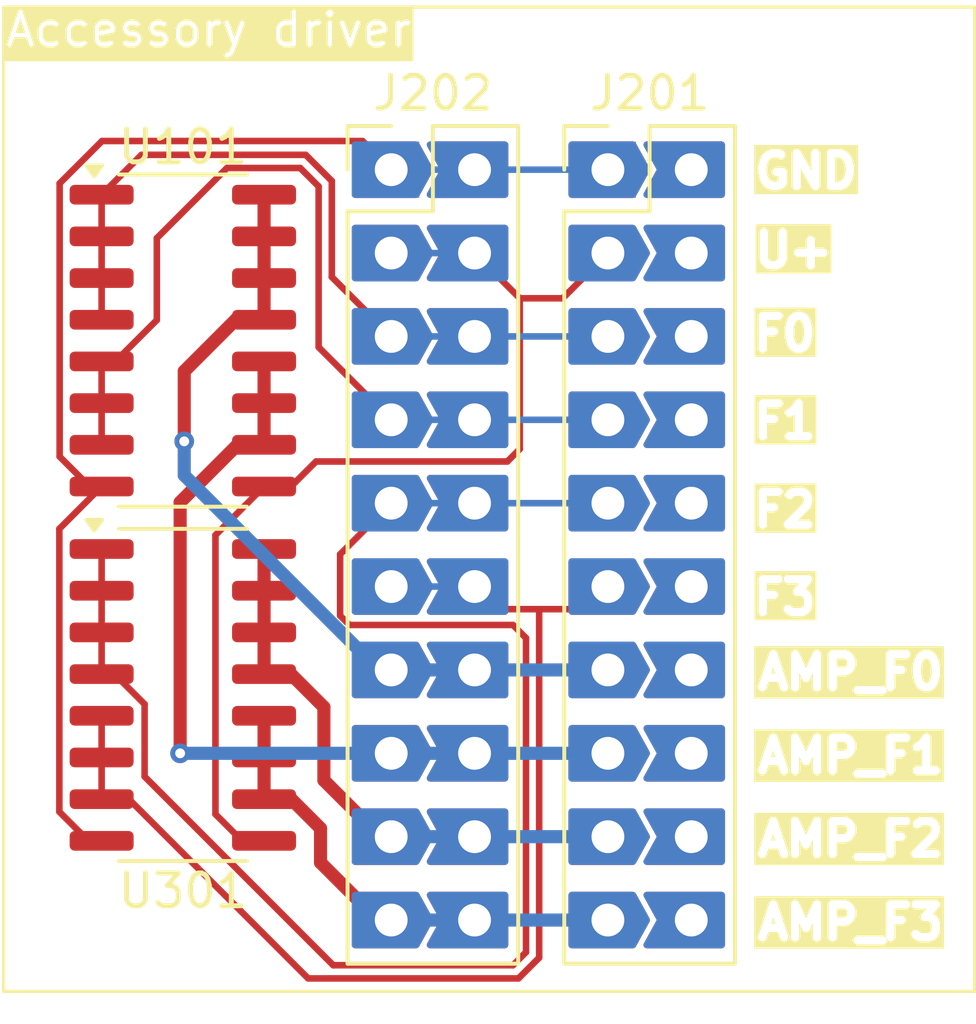
<source format=kicad_pcb>
(kicad_pcb (version 20240108) (generator "pcbnew") (generator_version "8.0")
  (layers (0 "F.Cu" signal) (31 "B.Cu" signal) (34 "B.Paste" user) (35 "F.Paste" user) (36 "B.SilkS" user "B.Silkscreen") (37 "F.SilkS" user "F.Silkscreen") (38 "B.Mask" user) (39 "F.Mask" user) (44 "Edge.Cuts" user))
  (net 0 "")
  (net 1 "/J_GND")
  (net 2 "/J_AMP_FUNC1")
  (net 3 "/J_AMP_FUNC0")
  (net 4 "/J_FUNC1")
  (net 5 "/J_FUNC0")
  (net 6 "/J_AMP_FUNC2")
  (net 7 "/J_FUNC3")
  (net 8 "/J_FUNC2")
  (net 9 "/J_AMP_FUNC3")
  (net 10 "/FUNC3")
  (net 11 "/AMP_FUNC1")
  (net 12 "/AMP_FUNC3")
  (net 13 "/FUNC2")
  (net 14 "/FUNC0")
  (net 15 "/FUNC1")
  (net 16 "/GND")
  (net 17 "/AMP_FUNC2")
  (net 18 "/J_U+")
  (net 19 "/U+")
  (net 20 "/AMP_FUNC0")
  (footprint "xDuinoRail:PinHeaderJP_2x10_P2.54mm_Vertical" (layer "F.Cu") (at 110.49 34.036)
    (property "Reference" "J202")
    (property "Value" "Conn_02x10_Odd_Even")
  )
  (footprint "Package_SO:SOIC-16_3.9x9.9mm_P1.27mm" (layer "F.Cu") (at 104.14 50.038)
    (property "Reference" "U301")
    (property "Value" "ULN2003A")
  )
  (footprint "Package_SO:SOIC-16_3.9x9.9mm_P1.27mm" (layer "F.Cu") (at 104.14 39.243)
    (property "Reference" "U101")
    (property "Value" "ULN2003A")
  )
  (footprint "xDuinoRail:PinHeaderJP_2x10_P2.54mm_Vertical" (layer "F.Cu") (at 117.094 34.036)
    (property "Reference" "J201")
    (property "Value" "Conn_02x10_Odd_Even")
  )
  (gr_rect (start 98.679 29.083) (end 128.27 59.069) (stroke (width 0.1)) (fill none) (layer "F.SilkS"))
  (gr_text "U+" (at 121.412 37.084 0) (layer "F.SilkS" knockout) (effects (font (size 1 1) (thickness 0.3) (bold yes)) (justify left bottom)))
  (gr_text "F2" (at 121.412 44.983 0) (layer "F.SilkS" knockout) (effects (font (size 1 1) (thickness 0.25) (bold yes)) (justify left bottom)))
  (gr_text "AMP_F3" (at 121.539 57.556 0) (layer "F.SilkS" knockout) (effects (font (size 1 1) (thickness 0.25) (bold yes)) (justify left bottom)))
  (gr_text "GND" (at 121.412 34.671 0) (layer "F.SilkS" knockout) (effects (font (size 1 1) (thickness 0.3) (bold yes)) (justify left bottom)))
  (gr_text "F1" (at 121.412 42.291 0) (layer "F.SilkS" knockout) (effects (font (size 1 1) (thickness 0.25) (bold yes)) (justify left bottom)))
  (gr_text "AMP_F1" (at 121.539 52.476 0) (layer "F.SilkS" knockout) (effects (font (size 1 1) (thickness 0.25) (bold yes)) (justify left bottom)))
  (gr_text "F3" (at 121.412 47.65 0) (layer "F.SilkS" knockout) (effects (font (size 1 1) (thickness 0.25) (bold yes)) (justify left bottom)))
  (gr_text "Accessory driver" (at 98.679 30.353 0) (layer "F.SilkS" knockout) (effects (font (size 1 1) (thickness 0.125)) (justify left bottom)))
  (gr_text "AMP_F0" (at 121.539 49.936 0) (layer "F.SilkS" knockout) (effects (font (size 1 1) (thickness 0.25) (bold yes)) (justify left bottom)))
  (gr_text "F0" (at 121.412 39.624 0) (layer "F.SilkS" knockout) (effects (font (size 1 1) (thickness 0.25) (bold yes)) (justify left bottom)))
  (gr_text "AMP_F2" (at 121.539 55.016 0) (layer "F.SilkS" knockout) (effects (font (size 1 1) (thickness 0.25) (bold yes)) (justify left bottom)))
  (segment (start 100.3859 34.4529) (end 101.6766 33.1622) (width 0.2) (layer "F.Cu") (net 1))
  (segment (start 101.6766 33.1622) (end 109.6162 33.1622) (width 0.2) (layer "F.Cu") (net 1))
  (segment (start 101.665 43.688) (end 101.4803 43.8727) (width 0.2) (layer "F.Cu") (net 1))
  (segment (start 100.3763 44.9767) (end 100.3763 53.5971) (width 0.2) (layer "F.Cu") (net 1))
  (segment (start 100.3859 42.7783) (end 100.3859 34.4529) (width 0.2) (layer "F.Cu") (net 1))
  (segment (start 100.3763 53.5971) (end 101.2622 54.483) (width 0.2) (layer "F.Cu") (net 1))
  (segment (start 101.2622 54.483) (end 101.665 54.483) (width 0.2) (layer "F.Cu") (net 1))
  (segment (start 101.4803 43.8727) (end 100.3763 44.9767) (width 0.2) (layer "F.Cu") (net 1))
  (segment (start 109.6162 33.1622) (end 110.49 34.036) (width 0.2) (layer "F.Cu") (net 1))
  (segment (start 101.4803 43.8727) (end 100.3859 42.7783) (width 0.2) (layer "F.Cu") (net 1))
  (segment (start 113.03 34.036) (end 110.49 34.036) (width 0.2) (layer "B.Cu") (net 1))
  (segment (start 117.094 34.036) (end 113.03 34.036) (width 0.2) (layer "B.Cu") (net 1))
  (segment (start 106.615 42.418) (end 105.8069 42.418) (width 0.4) (layer "F.Cu") (net 2))
  (segment (start 106.615 39.878) (end 106.615 41.148) (width 0.4) (layer "F.Cu") (net 2))
  (segment (start 105.8069 42.418) (end 104.0576 44.1673) (width 0.4) (layer "F.Cu") (net 2))
  (segment (start 104.0576 44.1673) (end 104.0576 51.816) (width 0.4) (layer "F.Cu") (net 2))
  (segment (start 106.615 41.148) (end 106.615 42.418) (width 0.4) (layer "F.Cu") (net 2))
  (via (at 104.0576 51.816) (size 0.6) (drill 0.3) (layers "F.Cu" "B.Cu") (net 2))
  (segment (start 117.094 51.816) (end 113.03 51.816) (width 0.4) (layer "B.Cu") (net 2))
  (segment (start 110.49 51.816) (end 104.0576 51.816) (width 0.4) (layer "B.Cu") (net 2))
  (segment (start 113.03 51.816) (end 110.49 51.816) (width 0.4) (layer "B.Cu") (net 2))
  (segment (start 105.7521 38.608) (end 106.615 38.608) (width 0.4) (layer "F.Cu") (net 3))
  (segment (start 104.1823 40.1778) (end 105.7521 38.608) (width 0.4) (layer "F.Cu") (net 3))
  (segment (start 106.615 34.798) (end 106.615 36.068) (width 0.4) (layer "F.Cu") (net 3))
  (segment (start 106.615 36.068) (end 106.615 37.338) (width 0.4) (layer "F.Cu") (net 3))
  (segment (start 106.615 37.338) (end 106.615 38.608) (width 0.4) (layer "F.Cu") (net 3))
  (segment (start 104.1823 42.3124) (end 104.1823 40.1778) (width 0.4) (layer "F.Cu") (net 3))
  (via (at 104.1823 42.3124) (size 0.6) (drill 0.3) (layers "F.Cu" "B.Cu") (net 3))
  (segment (start 117.094 49.276) (end 113.03 49.276) (width 0.4) (layer "B.Cu") (net 3))
  (segment (start 104.1823 43.3458) (end 104.1823 42.3124) (width 0.4) (layer "B.Cu") (net 3))
  (segment (start 113.03 49.276) (end 110.49 49.276) (width 0.4) (layer "B.Cu") (net 3))
  (segment (start 110.49 49.276) (end 110.1125 49.276) (width 0.4) (layer "B.Cu") (net 3))
  (segment (start 110.1125 49.276) (end 104.1823 43.3458) (width 0.4) (layer "B.Cu") (net 3))
  (segment (start 103.3466 36.1227) (end 105.4838 33.9855) (width 0.2) (layer "F.Cu") (net 4))
  (segment (start 107.717 33.9855) (end 108.2782 34.5467) (width 0.2) (layer "F.Cu") (net 4))
  (segment (start 108.2782 34.5467) (end 108.2782 39.4442) (width 0.2) (layer "F.Cu") (net 4))
  (segment (start 103.3466 38.6169) (end 103.3466 36.1227) (width 0.2) (layer "F.Cu") (net 4))
  (segment (start 101.665 42.418) (end 101.665 41.148) (width 0.2) (layer "F.Cu") (net 4))
  (segment (start 101.665 41.148) (end 101.665 39.878) (width 0.2) (layer "F.Cu") (net 4))
  (segment (start 108.2782 39.4442) (end 110.49 41.656) (width 0.2) (layer "F.Cu") (net 4))
  (segment (start 101.665 39.878) (end 102.0855 39.878) (width 0.2) (layer "F.Cu") (net 4))
  (segment (start 102.0855 39.878) (end 103.3466 38.6169) (width 0.2) (layer "F.Cu") (net 4))
  (segment (start 105.4838 33.9855) (end 107.717 33.9855) (width 0.2) (layer "F.Cu") (net 4))
  (segment (start 113.03 41.656) (end 110.49 41.656) (width 0.2) (layer "B.Cu") (net 4))
  (segment (start 117.094 41.656) (end 113.03 41.656) (width 0.2) (layer "B.Cu") (net 4))
  (segment (start 101.665 37.338) (end 101.665 36.068) (width 0.2) (layer "F.Cu") (net 5))
  (segment (start 108.6799 34.3804) (end 108.6799 37.3059) (width 0.2) (layer "F.Cu") (net 5))
  (segment (start 102.8792 33.5838) (end 107.8833 33.5838) (width 0.2) (layer "F.Cu") (net 5))
  (segment (start 107.8833 33.5838) (end 108.6799 34.3804) (width 0.2) (layer "F.Cu") (net 5))
  (segment (start 101.665 34.798) (end 102.8792 33.5838) (width 0.2) (layer "F.Cu") (net 5))
  (segment (start 101.665 38.608) (end 101.665 37.338) (width 0.2) (layer "F.Cu") (net 5))
  (segment (start 108.6799 37.3059) (end 110.49 39.116) (width 0.2) (layer "F.Cu") (net 5))
  (segment (start 101.665 36.068) (end 101.665 34.798) (width 0.2) (layer "F.Cu") (net 5))
  (segment (start 113.03 39.116) (end 110.49 39.116) (width 0.2) (layer "B.Cu") (net 5))
  (segment (start 117.094 39.116) (end 113.03 39.116) (width 0.2) (layer "B.Cu") (net 5))
  (segment (start 110.49 54.356) (end 110.1562 54.356) (width 0.4) (layer "F.Cu") (net 6))
  (segment (start 108.4383 50.4086) (end 107.4327 49.403) (width 0.4) (layer "F.Cu") (net 6))
  (segment (start 110.1562 54.356) (end 108.4383 52.6381) (width 0.4) (layer "F.Cu") (net 6))
  (segment (start 107.4327 49.403) (end 106.615 49.403) (width 0.4) (layer "F.Cu") (net 6))
  (segment (start 108.4383 52.6381) (end 108.4383 50.4086) (width 0.4) (layer "F.Cu") (net 6))
  (segment (start 106.615 46.863) (end 106.615 48.133) (width 0.4) (layer "F.Cu") (net 6))
  (segment (start 106.615 48.133) (end 106.615 49.403) (width 0.4) (layer "F.Cu") (net 6))
  (segment (start 106.615 45.593) (end 106.615 46.863) (width 0.4) (layer "F.Cu") (net 6))
  (segment (start 113.03 54.356) (end 110.49 54.356) (width 0.4) (layer "B.Cu") (net 6))
  (segment (start 117.094 54.356) (end 113.03 54.356) (width 0.4) (layer "B.Cu") (net 6))
  (segment (start 116.405 47.425) (end 117.094 46.736) (width 0.2) (layer "F.Cu") (net 7))
  (segment (start 101.665 51.943) (end 101.665 50.673) (width 0.2) (layer "F.Cu") (net 7))
  (segment (start 113.719 47.425) (end 114.9992 47.425) (width 0.2) (layer "F.Cu") (net 7))
  (segment (start 113.03 46.736) (end 113.719 47.425) (width 0.2) (layer "F.Cu") (net 7))
  (segment (start 114.3677 58.6739) (end 114.9992 58.0424) (width 0.2) (layer "F.Cu") (net 7))
  (segment (start 114.9992 58.0424) (end 114.9992 47.425) (width 0.2) (layer "F.Cu") (net 7))
  (segment (start 114.9992 47.425) (end 116.405 47.425) (width 0.2) (layer "F.Cu") (net 7))
  (segment (start 107.9579 58.6739) (end 114.3677 58.6739) (width 0.2) (layer "F.Cu") (net 7))
  (segment (start 101.665 53.213) (end 102.497 53.213) (width 0.2) (layer "F.Cu") (net 7))
  (segment (start 101.665 53.213) (end 101.665 51.943) (width 0.2) (layer "F.Cu") (net 7))
  (segment (start 102.497 53.213) (end 107.9579 58.6739) (width 0.2) (layer "F.Cu") (net 7))
  (segment (start 113.03 46.736) (end 110.49 46.736) (width 0.2) (layer "B.Cu") (net 7))
  (segment (start 101.665 49.403) (end 102.0586 49.403) (width 0.2) (layer "F.Cu") (net 8))
  (segment (start 101.665 49.403) (end 101.665 48.133) (width 0.2) (layer "F.Cu") (net 8))
  (segment (start 101.665 46.863) (end 101.665 45.593) (width 0.2) (layer "F.Cu") (net 8))
  (segment (start 114.5975 57.8761) (end 114.5975 48.3043) (width 0.2) (layer "F.Cu") (net 8))
  (segment (start 114.2014 58.2722) (end 114.5975 57.8761) (width 0.2) (layer "F.Cu") (net 8))
  (segment (start 114.1992 47.906) (end 109.2153 47.906) (width 0.2) (layer "F.Cu") (net 8))
  (segment (start 108.7221 58.2722) (end 114.2014 58.2722) (width 0.2) (layer "F.Cu") (net 8))
  (segment (start 102.9749 52.525) (end 108.7221 58.2722) (width 0.2) (layer "F.Cu") (net 8))
  (segment (start 114.5975 48.3043) (end 114.1992 47.906) (width 0.2) (layer "F.Cu") (net 8))
  (segment (start 108.9333 45.7527) (end 110.49 44.196) (width 0.2) (layer "F.Cu") (net 8))
  (segment (start 102.9749 50.3193) (end 102.9749 52.525) (width 0.2) (layer "F.Cu") (net 8))
  (segment (start 102.0586 49.403) (end 102.9749 50.3193) (width 0.2) (layer "F.Cu") (net 8))
  (segment (start 109.2153 47.906) (end 108.9333 47.624) (width 0.2) (layer "F.Cu") (net 8))
  (segment (start 101.665 48.133) (end 101.665 46.863) (width 0.2) (layer "F.Cu") (net 8))
  (segment (start 108.9333 47.624) (end 108.9333 45.7527) (width 0.2) (layer "F.Cu") (net 8))
  (segment (start 113.03 44.196) (end 110.49 44.196) (width 0.2) (layer "B.Cu") (net 8))
  (segment (start 117.094 44.196) (end 113.03 44.196) (width 0.2) (layer "B.Cu") (net 8))
  (segment (start 108.3356 54.1018) (end 108.3356 55.1453) (width 0.4) (layer "F.Cu") (net 9))
  (segment (start 107.4468 53.213) (end 108.3356 54.1018) (width 0.4) (layer "F.Cu") (net 9))
  (segment (start 110.0863 56.896) (end 110.49 56.896) (width 0.4) (layer "F.Cu") (net 9))
  (segment (start 106.615 50.673) (end 106.615 51.943) (width 0.4) (layer "F.Cu") (net 9))
  (segment (start 108.3356 55.1453) (end 110.0863 56.896) (width 0.4) (layer "F.Cu") (net 9))
  (segment (start 106.615 53.213) (end 107.4468 53.213) (width 0.4) (layer "F.Cu") (net 9))
  (segment (start 106.615 51.943) (end 106.615 53.213) (width 0.4) (layer "F.Cu") (net 9))
  (segment (start 117.094 56.896) (end 113.03 56.896) (width 0.4) (layer "B.Cu") (net 9))
  (segment (start 113.03 56.896) (end 110.49 56.896) (width 0.4) (layer "B.Cu") (net 9))
  (segment (start 114.4078 37.9538) (end 115.7162 37.9538) (width 0.2) (layer "F.Cu") (net 18))
  (segment (start 114.4078 37.9538) (end 113.03 36.576) (width 0.2) (layer "F.Cu") (net 18))
  (segment (start 114.4078 42.5479) (end 114.0297 42.926) (width 0.2) (layer "F.Cu") (net 18))
  (segment (start 105.1334 45.1696) (end 105.1334 53.6708) (width 0.2) (layer "F.Cu") (net 18))
  (segment (start 105.1334 53.6708) (end 105.9456 54.483) (width 0.2) (layer "F.Cu") (net 18))
  (segment (start 106.615 43.688) (end 105.1334 45.1696) (width 0.2) (layer "F.Cu") (net 18))
  (segment (start 114.4078 37.9538) (end 114.4078 42.5479) (width 0.2) (layer "F.Cu") (net 18))
  (segment (start 115.7162 37.9538) (end 117.094 36.576) (width 0.2) (layer "F.Cu") (net 18))
  (segment (start 107.4366 43.688) (end 106.615 43.688) (width 0.2) (layer "F.Cu") (net 18))
  (segment (start 114.0297 42.926) (end 108.1986 42.926) (width 0.2) (layer "F.Cu") (net 18))
  (segment (start 105.9456 54.483) (end 106.615 54.483) (width 0.2) (layer "F.Cu") (net 18))
  (segment (start 108.1986 42.926) (end 107.4366 43.688) (width 0.2) (layer "F.Cu") (net 18))
  (segment (start 113.03 36.576) (end 110.49 36.576) (width 0.2) (layer "B.Cu") (net 18))
)
</source>
